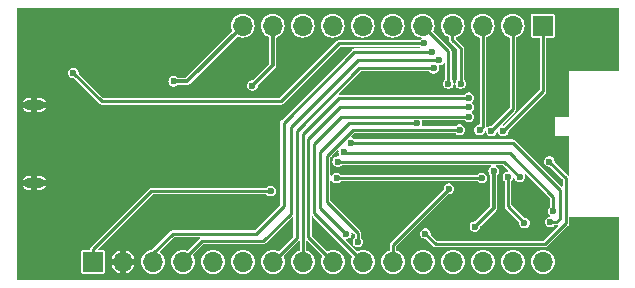
<source format=gbr>
%TF.GenerationSoftware,KiCad,Pcbnew,7.0.1-0*%
%TF.CreationDate,2024-01-09T13:00:13-05:00*%
%TF.ProjectId,nRF52_sandbox,6e524635-325f-4736-916e-64626f782e6b,rev?*%
%TF.SameCoordinates,Original*%
%TF.FileFunction,Copper,L2,Bot*%
%TF.FilePolarity,Positive*%
%FSLAX46Y46*%
G04 Gerber Fmt 4.6, Leading zero omitted, Abs format (unit mm)*
G04 Created by KiCad (PCBNEW 7.0.1-0) date 2024-01-09 13:00:13*
%MOMM*%
%LPD*%
G01*
G04 APERTURE LIST*
%TA.AperFunction,ComponentPad*%
%ADD10R,1.700000X1.700000*%
%TD*%
%TA.AperFunction,ComponentPad*%
%ADD11O,1.700000X1.700000*%
%TD*%
%TA.AperFunction,ComponentPad*%
%ADD12O,1.800000X0.900000*%
%TD*%
%TA.AperFunction,ViaPad*%
%ADD13C,0.600000*%
%TD*%
%TA.AperFunction,Conductor*%
%ADD14C,0.300000*%
%TD*%
%TA.AperFunction,Conductor*%
%ADD15C,0.250000*%
%TD*%
G04 APERTURE END LIST*
D10*
%TO.P,J4,1,Pin_1*%
%TO.N,/D22|SDA*%
X134550000Y-78500000D03*
D11*
%TO.P,J4,2,Pin_2*%
%TO.N,/D23|SCL*%
X132010000Y-78500000D03*
%TO.P,J4,3,Pin_3*%
%TO.N,/D5*%
X129470000Y-78500000D03*
%TO.P,J4,4,Pin_4*%
%TO.N,/D6*%
X126930000Y-78500000D03*
%TO.P,J4,5,Pin_5*%
%TO.N,/D9*%
X124390000Y-78500000D03*
%TO.P,J4,6,Pin_6*%
%TO.N,/D10*%
X121850000Y-78500000D03*
%TO.P,J4,7,Pin_7*%
%TO.N,/D11*%
X119310000Y-78500000D03*
%TO.P,J4,8,Pin_8*%
%TO.N,/D12*%
X116770000Y-78500000D03*
%TO.P,J4,9,Pin_9*%
%TO.N,/D13*%
X114230000Y-78500000D03*
%TO.P,J4,10,Pin_10*%
%TO.N,+3.3V*%
X111690000Y-78500000D03*
%TO.P,J4,11,Pin_11*%
%TO.N,VBUS*%
X109150000Y-78500000D03*
%TD*%
D12*
%TO.P,J1,5,GND*%
%TO.N,GND*%
X91500000Y-85200000D03*
X91500000Y-91800000D03*
%TD*%
D10*
%TO.P,J3,1,Pin_1*%
%TO.N,/RESET*%
X96470000Y-98500000D03*
D11*
%TO.P,J3,2,Pin_2*%
%TO.N,GND*%
X99010000Y-98500000D03*
%TO.P,J3,3,Pin_3*%
%TO.N,/A6|VDIV*%
X101550000Y-98500000D03*
%TO.P,J3,4,Pin_4*%
%TO.N,/A7|AREF*%
X104090000Y-98500000D03*
%TO.P,J3,5,Pin_5*%
%TO.N,/A0*%
X106630000Y-98500000D03*
%TO.P,J3,6,Pin_6*%
%TO.N,/A1*%
X109170000Y-98500000D03*
%TO.P,J3,7,Pin_7*%
%TO.N,/A2*%
X111710000Y-98500000D03*
%TO.P,J3,8,Pin_8*%
%TO.N,/A3*%
X114250000Y-98500000D03*
%TO.P,J3,9,Pin_9*%
%TO.N,/A4*%
X116790000Y-98500000D03*
%TO.P,J3,10,Pin_10*%
%TO.N,/A5*%
X119330000Y-98500000D03*
%TO.P,J3,11,Pin_11*%
%TO.N,/D26|SCK*%
X121870000Y-98500000D03*
%TO.P,J3,12,Pin_12*%
%TO.N,/D25|MOSI*%
X124410000Y-98500000D03*
%TO.P,J3,13,Pin_13*%
%TO.N,/D24|MISO*%
X126950000Y-98500000D03*
%TO.P,J3,14,Pin_14*%
%TO.N,/RXD*%
X129490000Y-98500000D03*
%TO.P,J3,15,Pin_15*%
%TO.N,/TXD*%
X132030000Y-98500000D03*
%TO.P,J3,16,Pin_16*%
%TO.N,/D2*%
X134570000Y-98500000D03*
%TD*%
D13*
%TO.N,+3.3V*%
X109965000Y-83565000D03*
X130400000Y-90800000D03*
X128800000Y-95500000D03*
%TO.N,GND*%
X132800000Y-94000000D03*
X124700000Y-82900000D03*
%TO.N,VBUS*%
X103300000Y-83200000D03*
%TO.N,/D3|LED1*%
X124500000Y-80000000D03*
X94800000Y-82500000D03*
%TO.N,/RESET*%
X117100000Y-91400000D03*
X129400000Y-91400000D03*
X111500000Y-92500000D03*
%TO.N,/A7|AREF*%
X125800000Y-81400000D03*
%TO.N,/A6|VDIV*%
X125200000Y-80700000D03*
%TO.N,/A0*%
X117900000Y-96100000D03*
X123900000Y-86724500D03*
%TO.N,/A1*%
X118900000Y-96800000D03*
X127500000Y-87300000D03*
%TO.N,/A2*%
X125300000Y-82100000D03*
%TO.N,/A3*%
X128300000Y-84600000D03*
%TO.N,/A4*%
X128300000Y-85400000D03*
%TO.N,/A5*%
X128300000Y-86200000D03*
%TO.N,/D26|SCK*%
X126600000Y-92300000D03*
%TO.N,/D22|SDA*%
X131200000Y-87400000D03*
%TO.N,/D23|SCL*%
X130200000Y-87400000D03*
%TO.N,/D5*%
X129200000Y-87300000D03*
%TO.N,/D6*%
X127600000Y-83400000D03*
%TO.N,/D9*%
X126550000Y-83400000D03*
%TO.N,/D7|SWITCH*%
X135100000Y-90000000D03*
X124600000Y-96100000D03*
%TO.N,/QSPI_DATA2*%
X133000000Y-95200000D03*
X131600000Y-91300000D03*
%TO.N,/SWO*%
X132600000Y-91300000D03*
X117200000Y-90000000D03*
%TO.N,/SWDIO*%
X118300000Y-88400000D03*
X135200000Y-95100000D03*
%TO.N,/SWCLK*%
X135450000Y-94200000D03*
X117700000Y-89200000D03*
%TD*%
D14*
%TO.N,+3.3V*%
X111690000Y-78500000D02*
X111690000Y-81840000D01*
X111690000Y-81840000D02*
X109965000Y-83565000D01*
X128800000Y-95500000D02*
X130400000Y-93900000D01*
X130400000Y-93900000D02*
X130400000Y-90800000D01*
%TO.N,VBUS*%
X109150000Y-78500000D02*
X104450000Y-83200000D01*
X104450000Y-83200000D02*
X103300000Y-83200000D01*
D15*
%TO.N,/D3|LED1*%
X124500000Y-80000000D02*
X117300000Y-80000000D01*
X112400000Y-84900000D02*
X97200000Y-84900000D01*
X117300000Y-80000000D02*
X112400000Y-84900000D01*
X97200000Y-84900000D02*
X94800000Y-82500000D01*
%TO.N,/RESET*%
X96470000Y-97430000D02*
X96470000Y-98500000D01*
X111500000Y-92500000D02*
X101400000Y-92500000D01*
X117100000Y-91400000D02*
X129400000Y-91400000D01*
X101400000Y-92500000D02*
X96470000Y-97430000D01*
%TO.N,/A7|AREF*%
X113200000Y-87100000D02*
X113200000Y-94400000D01*
X105700000Y-96700000D02*
X104090000Y-98310000D01*
X104090000Y-98310000D02*
X104090000Y-98500000D01*
X118900000Y-81400000D02*
X113200000Y-87100000D01*
X110900000Y-96700000D02*
X105700000Y-96700000D01*
X125800000Y-81400000D02*
X118900000Y-81400000D01*
X113200000Y-94400000D02*
X110900000Y-96700000D01*
%TO.N,/A6|VDIV*%
X118600000Y-80700000D02*
X112600000Y-86700000D01*
X112600000Y-93800000D02*
X110300000Y-96100000D01*
X103200000Y-96100000D02*
X101550000Y-97750000D01*
X101550000Y-97750000D02*
X101550000Y-98500000D01*
X125200000Y-80700000D02*
X118600000Y-80700000D01*
X110300000Y-96100000D02*
X103200000Y-96100000D01*
X112600000Y-86700000D02*
X112600000Y-93800000D01*
%TO.N,/A0*%
X118175500Y-86724500D02*
X123900000Y-86724500D01*
X117900000Y-96100000D02*
X115700000Y-93900000D01*
X115700000Y-93900000D02*
X115700000Y-89200000D01*
X115700000Y-89200000D02*
X118175500Y-86724500D01*
%TO.N,/A1*%
X118900000Y-96800000D02*
X118900000Y-96057537D01*
X118500000Y-87300000D02*
X127500000Y-87300000D01*
X116300000Y-89500000D02*
X118500000Y-87300000D01*
X118900000Y-96057537D02*
X116300000Y-93457537D01*
X116300000Y-93457537D02*
X116300000Y-89500000D01*
%TO.N,/A2*%
X119000000Y-82100000D02*
X113700000Y-87400000D01*
X113700000Y-87400000D02*
X113700000Y-96510000D01*
X125300000Y-82100000D02*
X119000000Y-82100000D01*
X113700000Y-96510000D02*
X111710000Y-98500000D01*
%TO.N,/A3*%
X117305026Y-84600000D02*
X114250000Y-87655026D01*
X128300000Y-84600000D02*
X117305026Y-84600000D01*
X114250000Y-87655026D02*
X114250000Y-98500000D01*
%TO.N,/A4*%
X117400000Y-85400000D02*
X114700000Y-88100000D01*
X114700000Y-88100000D02*
X114700000Y-96410000D01*
X128300000Y-85400000D02*
X117400000Y-85400000D01*
X114700000Y-96410000D02*
X116790000Y-98500000D01*
%TO.N,/A5*%
X117500000Y-86200000D02*
X115200000Y-88500000D01*
X115200000Y-88500000D02*
X115200000Y-94370000D01*
X128300000Y-86200000D02*
X117500000Y-86200000D01*
X115200000Y-94370000D02*
X119330000Y-98500000D01*
%TO.N,/D26|SCK*%
X121870000Y-97030000D02*
X121870000Y-98500000D01*
X126600000Y-92300000D02*
X121870000Y-97030000D01*
%TO.N,/D22|SDA*%
X131200000Y-87400000D02*
X134550000Y-84050000D01*
X134550000Y-84050000D02*
X134550000Y-78500000D01*
%TO.N,/D23|SCL*%
X130200000Y-87400000D02*
X132010000Y-85590000D01*
X132010000Y-85590000D02*
X132010000Y-78500000D01*
%TO.N,/D5*%
X129200000Y-87300000D02*
X129470000Y-87030000D01*
X129470000Y-87030000D02*
X129470000Y-78500000D01*
%TO.N,/D6*%
X126900000Y-78530000D02*
X126930000Y-78500000D01*
X126900000Y-79700000D02*
X126900000Y-78530000D01*
X127600000Y-80400000D02*
X126900000Y-79700000D01*
X127600000Y-83400000D02*
X127600000Y-80400000D01*
%TO.N,/D9*%
X126550000Y-83400000D02*
X126550000Y-80660000D01*
X126550000Y-80660000D02*
X124390000Y-78500000D01*
%TO.N,/D7|SWITCH*%
X134725000Y-97000000D02*
X125500000Y-97000000D01*
X135100000Y-90000000D02*
X136500000Y-91400000D01*
X136500000Y-95225000D02*
X134725000Y-97000000D01*
X125500000Y-97000000D02*
X124600000Y-96100000D01*
X136500000Y-91400000D02*
X136500000Y-95225000D01*
%TO.N,/QSPI_DATA2*%
X131600000Y-93800000D02*
X131600000Y-91300000D01*
X133000000Y-95200000D02*
X131600000Y-93800000D01*
%TO.N,/SWO*%
X117200000Y-90000000D02*
X131300000Y-90000000D01*
X131300000Y-90000000D02*
X132600000Y-91300000D01*
%TO.N,/SWDIO*%
X135975000Y-94825000D02*
X135700000Y-95100000D01*
X132000000Y-88400000D02*
X135975000Y-92375000D01*
X135975000Y-92375000D02*
X135975000Y-94825000D01*
X135700000Y-95100000D02*
X135200000Y-95100000D01*
X118300000Y-88400000D02*
X132000000Y-88400000D01*
%TO.N,/SWCLK*%
X131742463Y-89300000D02*
X135450000Y-93007537D01*
X117700000Y-89200000D02*
X117800000Y-89300000D01*
X135450000Y-93007537D02*
X135450000Y-94200000D01*
X117800000Y-89300000D02*
X131742463Y-89300000D01*
%TD*%
%TA.AperFunction,Conductor*%
%TO.N,GND*%
G36*
X140962500Y-77010414D02*
G01*
X140989586Y-77037500D01*
X140999500Y-77074500D01*
X140999500Y-82226000D01*
X140989586Y-82263000D01*
X140962500Y-82290086D01*
X140925500Y-82300000D01*
X136800000Y-82300000D01*
X136800000Y-86126000D01*
X136790086Y-86163000D01*
X136763000Y-86190086D01*
X136726000Y-86200000D01*
X135550000Y-86200000D01*
X135550000Y-87800000D01*
X136726000Y-87800000D01*
X136763000Y-87809914D01*
X136790086Y-87837000D01*
X136800000Y-87874000D01*
X136800000Y-91130669D01*
X136789472Y-91168713D01*
X136760882Y-91195932D01*
X136722367Y-91204580D01*
X136684886Y-91192196D01*
X136681682Y-91190055D01*
X136670470Y-91180854D01*
X135573089Y-90083473D01*
X135555202Y-90054515D01*
X135552168Y-90020618D01*
X135555133Y-90000000D01*
X135536697Y-89871774D01*
X135482882Y-89753937D01*
X135398049Y-89656033D01*
X135289069Y-89585996D01*
X135164772Y-89549500D01*
X135035228Y-89549500D01*
X134916312Y-89584416D01*
X134910931Y-89585996D01*
X134801951Y-89656033D01*
X134717117Y-89753937D01*
X134663302Y-89871774D01*
X134644867Y-90000000D01*
X134663302Y-90128225D01*
X134717117Y-90246062D01*
X134717118Y-90246063D01*
X134801951Y-90343967D01*
X134910931Y-90414004D01*
X135035228Y-90450500D01*
X135130232Y-90450500D01*
X135158551Y-90456133D01*
X135182558Y-90472174D01*
X136202826Y-91492442D01*
X136218867Y-91516449D01*
X136224500Y-91544768D01*
X136224500Y-92056232D01*
X136212029Y-92097344D01*
X136178819Y-92124599D01*
X136136063Y-92128810D01*
X136098174Y-92108558D01*
X132219145Y-88229529D01*
X132209942Y-88218315D01*
X132198624Y-88201376D01*
X132181679Y-88190053D01*
X132181674Y-88190049D01*
X132127628Y-88153938D01*
X132127627Y-88153937D01*
X132107495Y-88140485D01*
X132019985Y-88123078D01*
X132019983Y-88123078D01*
X132000000Y-88119103D01*
X131999999Y-88119103D01*
X131991190Y-88120855D01*
X131980015Y-88123078D01*
X131965580Y-88124500D01*
X118691170Y-88124500D01*
X118660429Y-88117813D01*
X118635246Y-88098961D01*
X118598049Y-88056033D01*
X118489069Y-87985996D01*
X118489067Y-87985995D01*
X118489065Y-87985994D01*
X118388079Y-87956342D01*
X118347644Y-87926818D01*
X118335262Y-87878306D01*
X118356600Y-87833015D01*
X118592442Y-87597173D01*
X118616449Y-87581133D01*
X118644768Y-87575500D01*
X127108830Y-87575500D01*
X127139571Y-87582187D01*
X127164753Y-87601038D01*
X127201951Y-87643967D01*
X127310931Y-87714004D01*
X127435228Y-87750500D01*
X127564770Y-87750500D01*
X127564772Y-87750500D01*
X127689069Y-87714004D01*
X127798049Y-87643967D01*
X127882882Y-87546063D01*
X127936697Y-87428226D01*
X127955133Y-87300000D01*
X127936697Y-87171774D01*
X127882882Y-87053937D01*
X127798049Y-86956033D01*
X127689069Y-86885996D01*
X127564772Y-86849500D01*
X127435228Y-86849500D01*
X127310931Y-86885996D01*
X127201951Y-86956033D01*
X127164753Y-86998961D01*
X127139571Y-87017813D01*
X127108830Y-87024500D01*
X124373397Y-87024500D01*
X124327653Y-87008668D01*
X124301483Y-86967946D01*
X124306084Y-86919759D01*
X124323852Y-86880853D01*
X124336697Y-86852726D01*
X124355133Y-86724500D01*
X124336697Y-86596274D01*
X124329375Y-86580241D01*
X124324774Y-86532054D01*
X124350944Y-86491332D01*
X124396688Y-86475500D01*
X127908830Y-86475500D01*
X127939571Y-86482187D01*
X127964753Y-86501038D01*
X128001951Y-86543967D01*
X128110931Y-86614004D01*
X128235228Y-86650500D01*
X128364770Y-86650500D01*
X128364772Y-86650500D01*
X128489069Y-86614004D01*
X128598049Y-86543967D01*
X128682882Y-86446063D01*
X128736697Y-86328226D01*
X128755133Y-86200000D01*
X128736697Y-86071774D01*
X128682882Y-85953937D01*
X128682881Y-85953936D01*
X128682881Y-85953935D01*
X128591486Y-85848458D01*
X128575498Y-85817445D01*
X128575498Y-85782553D01*
X128591487Y-85751539D01*
X128598047Y-85743968D01*
X128598049Y-85743967D01*
X128682882Y-85646063D01*
X128736697Y-85528226D01*
X128755133Y-85400000D01*
X128736697Y-85271774D01*
X128682882Y-85153937D01*
X128682881Y-85153936D01*
X128682881Y-85153935D01*
X128591486Y-85048458D01*
X128575498Y-85017445D01*
X128575498Y-84982553D01*
X128591487Y-84951539D01*
X128598047Y-84943968D01*
X128598049Y-84943967D01*
X128682882Y-84846063D01*
X128736697Y-84728226D01*
X128755133Y-84600000D01*
X128736697Y-84471774D01*
X128682882Y-84353937D01*
X128598049Y-84256033D01*
X128489069Y-84185996D01*
X128364772Y-84149500D01*
X128235228Y-84149500D01*
X128110931Y-84185996D01*
X128001951Y-84256033D01*
X127964753Y-84298961D01*
X127939571Y-84317813D01*
X127908830Y-84324500D01*
X117343768Y-84324500D01*
X117302656Y-84312029D01*
X117275401Y-84278819D01*
X117271190Y-84236063D01*
X117291442Y-84198174D01*
X119092442Y-82397174D01*
X119116449Y-82381133D01*
X119144768Y-82375500D01*
X124908830Y-82375500D01*
X124939571Y-82382187D01*
X124964753Y-82401038D01*
X125001951Y-82443967D01*
X125110931Y-82514004D01*
X125235228Y-82550500D01*
X125364770Y-82550500D01*
X125364772Y-82550500D01*
X125489069Y-82514004D01*
X125598049Y-82443967D01*
X125682882Y-82346063D01*
X125736697Y-82228226D01*
X125755133Y-82100000D01*
X125736697Y-81971774D01*
X125736697Y-81971772D01*
X125729147Y-81955240D01*
X125724546Y-81907054D01*
X125750716Y-81866332D01*
X125796460Y-81850500D01*
X125864770Y-81850500D01*
X125864772Y-81850500D01*
X125989069Y-81814004D01*
X126098049Y-81743967D01*
X126144574Y-81690272D01*
X126182199Y-81667031D01*
X126226360Y-81669398D01*
X126261285Y-81696528D01*
X126274500Y-81738732D01*
X126274500Y-83002409D01*
X126269834Y-83028269D01*
X126256426Y-83050868D01*
X126167118Y-83153935D01*
X126113302Y-83271774D01*
X126094867Y-83400000D01*
X126113302Y-83528225D01*
X126167117Y-83646062D01*
X126167118Y-83646063D01*
X126251951Y-83743967D01*
X126360931Y-83814004D01*
X126485228Y-83850500D01*
X126614770Y-83850500D01*
X126614772Y-83850500D01*
X126739069Y-83814004D01*
X126848049Y-83743967D01*
X126932882Y-83646063D01*
X126986697Y-83528226D01*
X127001753Y-83423507D01*
X127012488Y-83399999D01*
X127001753Y-83376491D01*
X126986697Y-83271774D01*
X126963524Y-83221033D01*
X126932882Y-83153937D01*
X126932881Y-83153936D01*
X126932881Y-83153935D01*
X126843574Y-83050868D01*
X126830166Y-83028269D01*
X126825500Y-83002409D01*
X126825500Y-80694420D01*
X126826922Y-80679982D01*
X126830897Y-80659999D01*
X126827349Y-80642164D01*
X126809515Y-80552505D01*
X126766690Y-80488413D01*
X126759947Y-80478321D01*
X126759942Y-80478315D01*
X126751130Y-80465127D01*
X126748624Y-80461376D01*
X126731677Y-80450052D01*
X126720470Y-80440854D01*
X125303814Y-79024198D01*
X125282941Y-78982729D01*
X125290878Y-78936989D01*
X125318814Y-78884727D01*
X125376024Y-78696132D01*
X125395341Y-78500000D01*
X125924659Y-78500000D01*
X125943976Y-78696132D01*
X126001186Y-78884728D01*
X126041255Y-78959690D01*
X126094090Y-79058538D01*
X126219117Y-79210883D01*
X126371462Y-79335910D01*
X126507682Y-79408721D01*
X126545275Y-79428815D01*
X126571982Y-79436917D01*
X126609938Y-79463649D01*
X126624500Y-79507730D01*
X126624500Y-79665580D01*
X126623078Y-79680015D01*
X126619103Y-79700000D01*
X126622646Y-79717813D01*
X126623078Y-79719982D01*
X126623078Y-79719985D01*
X126640484Y-79807494D01*
X126668528Y-79849465D01*
X126685387Y-79874696D01*
X126685386Y-79874696D01*
X126701374Y-79898623D01*
X126718315Y-79909942D01*
X126729529Y-79919145D01*
X127302826Y-80492441D01*
X127318867Y-80516448D01*
X127324500Y-80544767D01*
X127324500Y-83002409D01*
X127319834Y-83028269D01*
X127306426Y-83050868D01*
X127217118Y-83153935D01*
X127163302Y-83271774D01*
X127148247Y-83376491D01*
X127137511Y-83399999D01*
X127148247Y-83423508D01*
X127163302Y-83528225D01*
X127217117Y-83646062D01*
X127217118Y-83646063D01*
X127301951Y-83743967D01*
X127410931Y-83814004D01*
X127535228Y-83850500D01*
X127664770Y-83850500D01*
X127664772Y-83850500D01*
X127789069Y-83814004D01*
X127898049Y-83743967D01*
X127982882Y-83646063D01*
X128036697Y-83528226D01*
X128055133Y-83400000D01*
X128036697Y-83271774D01*
X127982882Y-83153937D01*
X127982881Y-83153936D01*
X127982881Y-83153935D01*
X127893574Y-83050868D01*
X127880166Y-83028269D01*
X127875500Y-83002409D01*
X127875500Y-80434416D01*
X127876922Y-80419979D01*
X127878094Y-80414085D01*
X127880896Y-80400000D01*
X127876922Y-80380020D01*
X127876922Y-80380016D01*
X127875500Y-80372867D01*
X127859515Y-80292505D01*
X127798624Y-80201376D01*
X127781674Y-80190050D01*
X127770467Y-80180852D01*
X127197174Y-79607558D01*
X127181133Y-79583551D01*
X127175500Y-79555232D01*
X127175500Y-79525930D01*
X127190063Y-79481848D01*
X127228017Y-79455116D01*
X127314727Y-79428814D01*
X127488538Y-79335910D01*
X127640883Y-79210883D01*
X127765910Y-79058538D01*
X127858814Y-78884727D01*
X127916024Y-78696132D01*
X127935341Y-78500000D01*
X127935341Y-78499999D01*
X128464659Y-78499999D01*
X128483976Y-78696132D01*
X128541186Y-78884728D01*
X128581255Y-78959690D01*
X128634090Y-79058538D01*
X128759117Y-79210883D01*
X128911462Y-79335910D01*
X129085273Y-79428814D01*
X129141981Y-79446016D01*
X129179937Y-79472748D01*
X129194500Y-79516830D01*
X129194500Y-86776701D01*
X129179740Y-86821048D01*
X129141348Y-86847704D01*
X129135231Y-86849500D01*
X129135228Y-86849500D01*
X129028447Y-86880853D01*
X129010931Y-86885996D01*
X128901951Y-86956033D01*
X128817117Y-87053937D01*
X128763302Y-87171774D01*
X128744867Y-87299999D01*
X128763302Y-87428225D01*
X128817117Y-87546062D01*
X128817118Y-87546063D01*
X128901951Y-87643967D01*
X129010931Y-87714004D01*
X129135228Y-87750500D01*
X129264770Y-87750500D01*
X129264772Y-87750500D01*
X129389069Y-87714004D01*
X129498049Y-87643967D01*
X129582882Y-87546063D01*
X129617359Y-87470568D01*
X129649206Y-87436362D01*
X129695202Y-87428063D01*
X129736996Y-87448983D01*
X129757918Y-87490778D01*
X129763302Y-87528225D01*
X129817117Y-87646062D01*
X129817118Y-87646063D01*
X129901951Y-87743967D01*
X130010931Y-87814004D01*
X130135228Y-87850500D01*
X130264770Y-87850500D01*
X130264772Y-87850500D01*
X130389069Y-87814004D01*
X130498049Y-87743967D01*
X130582882Y-87646063D01*
X130632687Y-87537005D01*
X130659993Y-87505494D01*
X130700000Y-87493747D01*
X130740007Y-87505494D01*
X130767312Y-87537005D01*
X130772120Y-87547532D01*
X130817117Y-87646062D01*
X130817118Y-87646063D01*
X130901951Y-87743967D01*
X131010931Y-87814004D01*
X131135228Y-87850500D01*
X131264770Y-87850500D01*
X131264772Y-87850500D01*
X131389069Y-87814004D01*
X131498049Y-87743967D01*
X131582882Y-87646063D01*
X131636697Y-87528226D01*
X131655133Y-87400000D01*
X131652168Y-87379380D01*
X131655202Y-87345482D01*
X131673087Y-87316527D01*
X134720473Y-84269141D01*
X134731681Y-84259944D01*
X134748624Y-84248624D01*
X134784784Y-84194508D01*
X134809515Y-84157495D01*
X134811105Y-84149500D01*
X134825500Y-84077133D01*
X134825500Y-84077129D01*
X134830896Y-84050000D01*
X134826921Y-84030019D01*
X134825500Y-84015584D01*
X134825500Y-79574500D01*
X134835414Y-79537500D01*
X134862500Y-79510414D01*
X134899500Y-79500500D01*
X135414819Y-79500500D01*
X135414820Y-79500500D01*
X135458722Y-79491767D01*
X135508504Y-79458504D01*
X135541767Y-79408722D01*
X135550500Y-79364820D01*
X135550500Y-77635180D01*
X135541767Y-77591278D01*
X135508504Y-77541496D01*
X135458722Y-77508233D01*
X135414820Y-77499500D01*
X133685180Y-77499500D01*
X133641278Y-77508233D01*
X133591496Y-77541496D01*
X133558233Y-77591278D01*
X133549500Y-77635180D01*
X133549500Y-79364820D01*
X133558233Y-79408722D01*
X133591496Y-79458504D01*
X133641278Y-79491767D01*
X133685180Y-79500500D01*
X134200500Y-79500500D01*
X134237500Y-79510414D01*
X134264586Y-79537500D01*
X134274500Y-79574500D01*
X134274500Y-83905232D01*
X134268867Y-83933551D01*
X134252826Y-83957558D01*
X131282558Y-86927826D01*
X131258551Y-86943867D01*
X131230232Y-86949500D01*
X131218767Y-86949500D01*
X131177655Y-86937029D01*
X131150400Y-86903819D01*
X131146189Y-86861063D01*
X131166441Y-86823174D01*
X131661390Y-86328225D01*
X132180473Y-85809141D01*
X132191681Y-85799944D01*
X132208624Y-85788624D01*
X132238464Y-85743967D01*
X132269516Y-85697494D01*
X132290897Y-85590000D01*
X132286921Y-85570014D01*
X132285500Y-85555579D01*
X132285500Y-79516830D01*
X132300063Y-79472748D01*
X132338018Y-79446016D01*
X132394727Y-79428814D01*
X132568538Y-79335910D01*
X132720883Y-79210883D01*
X132845910Y-79058538D01*
X132938814Y-78884727D01*
X132996024Y-78696132D01*
X133015341Y-78500000D01*
X132996024Y-78303868D01*
X132938814Y-78115273D01*
X132845910Y-77941462D01*
X132720883Y-77789117D01*
X132568538Y-77664090D01*
X132481632Y-77617637D01*
X132394728Y-77571186D01*
X132206132Y-77513976D01*
X132010000Y-77494659D01*
X131813867Y-77513976D01*
X131625271Y-77571186D01*
X131451462Y-77664090D01*
X131299117Y-77789117D01*
X131174090Y-77941462D01*
X131081186Y-78115271D01*
X131023976Y-78303867D01*
X131004659Y-78499999D01*
X131023976Y-78696132D01*
X131081186Y-78884728D01*
X131121255Y-78959690D01*
X131174090Y-79058538D01*
X131299117Y-79210883D01*
X131451462Y-79335910D01*
X131625273Y-79428814D01*
X131681981Y-79446016D01*
X131719937Y-79472748D01*
X131734500Y-79516830D01*
X131734500Y-85445232D01*
X131728867Y-85473551D01*
X131712826Y-85497558D01*
X130282558Y-86927826D01*
X130258551Y-86943867D01*
X130230232Y-86949500D01*
X130135228Y-86949500D01*
X130010931Y-86985996D01*
X129901951Y-87056033D01*
X129901949Y-87056034D01*
X129901949Y-87056035D01*
X129882198Y-87078829D01*
X129841005Y-87102888D01*
X129793689Y-87096809D01*
X129759915Y-87063119D01*
X129757373Y-87043720D01*
X129753769Y-87044438D01*
X129746922Y-87010018D01*
X129745500Y-86995580D01*
X129745500Y-79516830D01*
X129760063Y-79472748D01*
X129798018Y-79446016D01*
X129854727Y-79428814D01*
X130028538Y-79335910D01*
X130180883Y-79210883D01*
X130305910Y-79058538D01*
X130398814Y-78884727D01*
X130456024Y-78696132D01*
X130475341Y-78500000D01*
X130456024Y-78303868D01*
X130398814Y-78115273D01*
X130305910Y-77941462D01*
X130180883Y-77789117D01*
X130028538Y-77664090D01*
X129941632Y-77617637D01*
X129854728Y-77571186D01*
X129666132Y-77513976D01*
X129470000Y-77494659D01*
X129273867Y-77513976D01*
X129085271Y-77571186D01*
X128911462Y-77664090D01*
X128759117Y-77789117D01*
X128634090Y-77941462D01*
X128541186Y-78115271D01*
X128483976Y-78303867D01*
X128464659Y-78499999D01*
X127935341Y-78499999D01*
X127916024Y-78303868D01*
X127858814Y-78115273D01*
X127765910Y-77941462D01*
X127640883Y-77789117D01*
X127488538Y-77664090D01*
X127401632Y-77617637D01*
X127314728Y-77571186D01*
X127126132Y-77513976D01*
X126930000Y-77494659D01*
X126733867Y-77513976D01*
X126545271Y-77571186D01*
X126371462Y-77664090D01*
X126219117Y-77789117D01*
X126094090Y-77941462D01*
X126001186Y-78115271D01*
X125943976Y-78303867D01*
X125924659Y-78500000D01*
X125395341Y-78500000D01*
X125376024Y-78303868D01*
X125318814Y-78115273D01*
X125225910Y-77941462D01*
X125100883Y-77789117D01*
X124948538Y-77664090D01*
X124861632Y-77617637D01*
X124774728Y-77571186D01*
X124586132Y-77513976D01*
X124390000Y-77494659D01*
X124193867Y-77513976D01*
X124005271Y-77571186D01*
X123831462Y-77664090D01*
X123679117Y-77789117D01*
X123554090Y-77941462D01*
X123461186Y-78115271D01*
X123403976Y-78303867D01*
X123384659Y-78500000D01*
X123403976Y-78696132D01*
X123461186Y-78884728D01*
X123501255Y-78959690D01*
X123554090Y-79058538D01*
X123679117Y-79210883D01*
X123831462Y-79335910D01*
X124005273Y-79428814D01*
X124193868Y-79486024D01*
X124218504Y-79488450D01*
X124259832Y-79506275D01*
X124283189Y-79544753D01*
X124279928Y-79589646D01*
X124251257Y-79624345D01*
X124201953Y-79656031D01*
X124201951Y-79656032D01*
X124201951Y-79656033D01*
X124164753Y-79698961D01*
X124139571Y-79717813D01*
X124108830Y-79724500D01*
X117334416Y-79724500D01*
X117319980Y-79723078D01*
X117317433Y-79722571D01*
X117300000Y-79719103D01*
X117282566Y-79722571D01*
X117280019Y-79723078D01*
X117280009Y-79723079D01*
X117173645Y-79744235D01*
X117155624Y-79765127D01*
X117128240Y-79783423D01*
X117128239Y-79783426D01*
X117101375Y-79801376D01*
X117090054Y-79818318D01*
X117080853Y-79829529D01*
X112307558Y-84602826D01*
X112283551Y-84618867D01*
X112255232Y-84624500D01*
X97344768Y-84624500D01*
X97316449Y-84618867D01*
X97292442Y-84602826D01*
X95889616Y-83200000D01*
X102844867Y-83200000D01*
X102863302Y-83328225D01*
X102917117Y-83446062D01*
X102917118Y-83446063D01*
X103001951Y-83543967D01*
X103110931Y-83614004D01*
X103235228Y-83650500D01*
X103364770Y-83650500D01*
X103364772Y-83650500D01*
X103489069Y-83614004D01*
X103565322Y-83564999D01*
X109509867Y-83564999D01*
X109528302Y-83693225D01*
X109582117Y-83811062D01*
X109582118Y-83811063D01*
X109666951Y-83908967D01*
X109775931Y-83979004D01*
X109900228Y-84015500D01*
X110029770Y-84015500D01*
X110029772Y-84015500D01*
X110154069Y-83979004D01*
X110263049Y-83908967D01*
X110347882Y-83811063D01*
X110401697Y-83693226D01*
X110420133Y-83565000D01*
X110420132Y-83564999D01*
X110421647Y-83554468D01*
X110423457Y-83554728D01*
X110424601Y-83541527D01*
X110442531Y-83512438D01*
X111859289Y-82095680D01*
X111871641Y-82086795D01*
X111874226Y-82083958D01*
X111874228Y-82083958D01*
X111906260Y-82048819D01*
X111908578Y-82046391D01*
X111922174Y-82032797D01*
X111923218Y-82031272D01*
X111929585Y-82023234D01*
X111949915Y-82000934D01*
X111949914Y-82000934D01*
X111949916Y-82000933D01*
X111954515Y-81989058D01*
X111962463Y-81973980D01*
X111969656Y-81963481D01*
X111976565Y-81934106D01*
X111979597Y-81924314D01*
X111990500Y-81896173D01*
X111990500Y-81883447D01*
X111992466Y-81866502D01*
X111992506Y-81866332D01*
X111995379Y-81854119D01*
X111991209Y-81824233D01*
X111990500Y-81814009D01*
X111990500Y-79509246D01*
X112005063Y-79465164D01*
X112043019Y-79438432D01*
X112074727Y-79428814D01*
X112248538Y-79335910D01*
X112400883Y-79210883D01*
X112525910Y-79058538D01*
X112618814Y-78884727D01*
X112676024Y-78696132D01*
X112695341Y-78500000D01*
X113224659Y-78500000D01*
X113243976Y-78696132D01*
X113301186Y-78884728D01*
X113341255Y-78959690D01*
X113394090Y-79058538D01*
X113519117Y-79210883D01*
X113671462Y-79335910D01*
X113845273Y-79428814D01*
X114033868Y-79486024D01*
X114230000Y-79505341D01*
X114426132Y-79486024D01*
X114614727Y-79428814D01*
X114788538Y-79335910D01*
X114940883Y-79210883D01*
X115065910Y-79058538D01*
X115158814Y-78884727D01*
X115216024Y-78696132D01*
X115235341Y-78500000D01*
X115764659Y-78500000D01*
X115783976Y-78696132D01*
X115841186Y-78884728D01*
X115881255Y-78959690D01*
X115934090Y-79058538D01*
X116059117Y-79210883D01*
X116211462Y-79335910D01*
X116385273Y-79428814D01*
X116573868Y-79486024D01*
X116770000Y-79505341D01*
X116966132Y-79486024D01*
X117154727Y-79428814D01*
X117328538Y-79335910D01*
X117480883Y-79210883D01*
X117605910Y-79058538D01*
X117698814Y-78884727D01*
X117756024Y-78696132D01*
X117775341Y-78500000D01*
X118304659Y-78500000D01*
X118323976Y-78696132D01*
X118381186Y-78884728D01*
X118421255Y-78959690D01*
X118474090Y-79058538D01*
X118599117Y-79210883D01*
X118751462Y-79335910D01*
X118925273Y-79428814D01*
X119113868Y-79486024D01*
X119310000Y-79505341D01*
X119506132Y-79486024D01*
X119694727Y-79428814D01*
X119868538Y-79335910D01*
X120020883Y-79210883D01*
X120145910Y-79058538D01*
X120238814Y-78884727D01*
X120296024Y-78696132D01*
X120315341Y-78500000D01*
X120844659Y-78500000D01*
X120863976Y-78696132D01*
X120921186Y-78884728D01*
X120961255Y-78959690D01*
X121014090Y-79058538D01*
X121139117Y-79210883D01*
X121291462Y-79335910D01*
X121465273Y-79428814D01*
X121653868Y-79486024D01*
X121850000Y-79505341D01*
X122046132Y-79486024D01*
X122234727Y-79428814D01*
X122408538Y-79335910D01*
X122560883Y-79210883D01*
X122685910Y-79058538D01*
X122778814Y-78884727D01*
X122836024Y-78696132D01*
X122855341Y-78500000D01*
X122836024Y-78303868D01*
X122778814Y-78115273D01*
X122685910Y-77941462D01*
X122560883Y-77789117D01*
X122408538Y-77664090D01*
X122321632Y-77617637D01*
X122234728Y-77571186D01*
X122046132Y-77513976D01*
X121850000Y-77494659D01*
X121653867Y-77513976D01*
X121465271Y-77571186D01*
X121291462Y-77664090D01*
X121139117Y-77789117D01*
X121014090Y-77941462D01*
X120921186Y-78115271D01*
X120863976Y-78303867D01*
X120844659Y-78500000D01*
X120315341Y-78500000D01*
X120296024Y-78303868D01*
X120238814Y-78115273D01*
X120145910Y-77941462D01*
X120020883Y-77789117D01*
X119868538Y-77664090D01*
X119781632Y-77617637D01*
X119694728Y-77571186D01*
X119506132Y-77513976D01*
X119310000Y-77494659D01*
X119113867Y-77513976D01*
X118925271Y-77571186D01*
X118751462Y-77664090D01*
X118599117Y-77789117D01*
X118474090Y-77941462D01*
X118381186Y-78115271D01*
X118323976Y-78303867D01*
X118304659Y-78500000D01*
X117775341Y-78500000D01*
X117756024Y-78303868D01*
X117698814Y-78115273D01*
X117605910Y-77941462D01*
X117480883Y-77789117D01*
X117328538Y-77664090D01*
X117241632Y-77617637D01*
X117154728Y-77571186D01*
X116966132Y-77513976D01*
X116770000Y-77494659D01*
X116573867Y-77513976D01*
X116385271Y-77571186D01*
X116211462Y-77664090D01*
X116059117Y-77789117D01*
X115934090Y-77941462D01*
X115841186Y-78115271D01*
X115783976Y-78303867D01*
X115764659Y-78500000D01*
X115235341Y-78500000D01*
X115216024Y-78303868D01*
X115158814Y-78115273D01*
X115065910Y-77941462D01*
X114940883Y-77789117D01*
X114788538Y-77664090D01*
X114701632Y-77617637D01*
X114614728Y-77571186D01*
X114426132Y-77513976D01*
X114230000Y-77494659D01*
X114033867Y-77513976D01*
X113845271Y-77571186D01*
X113671462Y-77664090D01*
X113519117Y-77789117D01*
X113394090Y-77941462D01*
X113301186Y-78115271D01*
X113243976Y-78303867D01*
X113224659Y-78500000D01*
X112695341Y-78500000D01*
X112676024Y-78303868D01*
X112618814Y-78115273D01*
X112525910Y-77941462D01*
X112400883Y-77789117D01*
X112248538Y-77664090D01*
X112161632Y-77617637D01*
X112074728Y-77571186D01*
X111886132Y-77513976D01*
X111690000Y-77494659D01*
X111493867Y-77513976D01*
X111305271Y-77571186D01*
X111131462Y-77664090D01*
X110979117Y-77789117D01*
X110854090Y-77941462D01*
X110761186Y-78115271D01*
X110703976Y-78303867D01*
X110684659Y-78500000D01*
X110703976Y-78696132D01*
X110761186Y-78884728D01*
X110801255Y-78959690D01*
X110854090Y-79058538D01*
X110979117Y-79210883D01*
X111131462Y-79335910D01*
X111244729Y-79396452D01*
X111305272Y-79428814D01*
X111323636Y-79434384D01*
X111336980Y-79438432D01*
X111374937Y-79465164D01*
X111389500Y-79509246D01*
X111389500Y-81684876D01*
X111383867Y-81713195D01*
X111367826Y-81737202D01*
X110012203Y-83092826D01*
X109988196Y-83108867D01*
X109959877Y-83114500D01*
X109900228Y-83114500D01*
X109775930Y-83150996D01*
X109775931Y-83150996D01*
X109666951Y-83221033D01*
X109582117Y-83318937D01*
X109528302Y-83436774D01*
X109509867Y-83564999D01*
X103565322Y-83564999D01*
X103598049Y-83543967D01*
X103613582Y-83526040D01*
X103638768Y-83507187D01*
X103669508Y-83500500D01*
X104388912Y-83500500D01*
X104403932Y-83502950D01*
X104407764Y-83502772D01*
X104407765Y-83502773D01*
X104455227Y-83500578D01*
X104458643Y-83500500D01*
X104477840Y-83500500D01*
X104477844Y-83500500D01*
X104479664Y-83500159D01*
X104489843Y-83498977D01*
X104519992Y-83497585D01*
X104531636Y-83492442D01*
X104547918Y-83487400D01*
X104560433Y-83485061D01*
X104586093Y-83469172D01*
X104595145Y-83464401D01*
X104622765Y-83452206D01*
X104631766Y-83443203D01*
X104645131Y-83432618D01*
X104655952Y-83425919D01*
X104674144Y-83401827D01*
X104680857Y-83394112D01*
X108648842Y-79426127D01*
X108690309Y-79405256D01*
X108736050Y-79413193D01*
X108745749Y-79418378D01*
X108765270Y-79428813D01*
X108765272Y-79428813D01*
X108765273Y-79428814D01*
X108953868Y-79486024D01*
X109150000Y-79505341D01*
X109346132Y-79486024D01*
X109534727Y-79428814D01*
X109708538Y-79335910D01*
X109860883Y-79210883D01*
X109985910Y-79058538D01*
X110078814Y-78884727D01*
X110136024Y-78696132D01*
X110155341Y-78500000D01*
X110136024Y-78303868D01*
X110078814Y-78115273D01*
X109985910Y-77941462D01*
X109860883Y-77789117D01*
X109708538Y-77664090D01*
X109621632Y-77617637D01*
X109534728Y-77571186D01*
X109346132Y-77513976D01*
X109150000Y-77494659D01*
X108953867Y-77513976D01*
X108765271Y-77571186D01*
X108591462Y-77664090D01*
X108439117Y-77789117D01*
X108314090Y-77941462D01*
X108221186Y-78115271D01*
X108163976Y-78303867D01*
X108144659Y-78500000D01*
X108163976Y-78696132D01*
X108221186Y-78884728D01*
X108236805Y-78913948D01*
X108244742Y-78959690D01*
X108223869Y-79001158D01*
X104347203Y-82877826D01*
X104323196Y-82893867D01*
X104294877Y-82899500D01*
X103669508Y-82899500D01*
X103638768Y-82892813D01*
X103613583Y-82873960D01*
X103608876Y-82868528D01*
X103598049Y-82856033D01*
X103489069Y-82785996D01*
X103364772Y-82749500D01*
X103235228Y-82749500D01*
X103110930Y-82785996D01*
X103110931Y-82785996D01*
X103001951Y-82856033D01*
X102917117Y-82953937D01*
X102863302Y-83071774D01*
X102844867Y-83200000D01*
X95889616Y-83200000D01*
X95273089Y-82583473D01*
X95255202Y-82554515D01*
X95252168Y-82520618D01*
X95255133Y-82500000D01*
X95236697Y-82371774D01*
X95182882Y-82253937D01*
X95098049Y-82156033D01*
X94989069Y-82085996D01*
X94864772Y-82049500D01*
X94735228Y-82049500D01*
X94617872Y-82083958D01*
X94610931Y-82085996D01*
X94501951Y-82156033D01*
X94417117Y-82253937D01*
X94363302Y-82371774D01*
X94344867Y-82500000D01*
X94363302Y-82628225D01*
X94417117Y-82746062D01*
X94417118Y-82746063D01*
X94501951Y-82843967D01*
X94610931Y-82914004D01*
X94735228Y-82950500D01*
X94830232Y-82950500D01*
X94858551Y-82956133D01*
X94882558Y-82972174D01*
X96980854Y-85070470D01*
X96990052Y-85081677D01*
X97001376Y-85098624D01*
X97024376Y-85113992D01*
X97024378Y-85113994D01*
X97092503Y-85159514D01*
X97092506Y-85159516D01*
X97199998Y-85180897D01*
X97199999Y-85180896D01*
X97200000Y-85180897D01*
X97219985Y-85176921D01*
X97234421Y-85175500D01*
X112365580Y-85175500D01*
X112380015Y-85176921D01*
X112400000Y-85180897D01*
X112427132Y-85175500D01*
X112427133Y-85175500D01*
X112507495Y-85159515D01*
X112559898Y-85124500D01*
X112562027Y-85123078D01*
X112566998Y-85119755D01*
X112575622Y-85113994D01*
X112575622Y-85113993D01*
X112583634Y-85108640D01*
X112583635Y-85108638D01*
X112598624Y-85098624D01*
X112609947Y-85081676D01*
X112619141Y-85070473D01*
X117392441Y-80297174D01*
X117416449Y-80281133D01*
X117444768Y-80275500D01*
X118570611Y-80275500D01*
X118600000Y-80284414D01*
X118629389Y-80275500D01*
X124108830Y-80275500D01*
X124139561Y-80282183D01*
X124164740Y-80301022D01*
X124165610Y-80302026D01*
X124182942Y-80339953D01*
X124177014Y-80381231D01*
X124149709Y-80412750D01*
X124109697Y-80424500D01*
X118634416Y-80424500D01*
X118619981Y-80423078D01*
X118614950Y-80422077D01*
X118600000Y-80414085D01*
X118585049Y-80422077D01*
X118580019Y-80423078D01*
X118580008Y-80423079D01*
X118473645Y-80444235D01*
X118455624Y-80465127D01*
X118428240Y-80483423D01*
X118428239Y-80483426D01*
X118401375Y-80501376D01*
X118390054Y-80518318D01*
X118380853Y-80529529D01*
X112429529Y-86480853D01*
X112418318Y-86490054D01*
X112401375Y-86501375D01*
X112386005Y-86524379D01*
X112372917Y-86543967D01*
X112372916Y-86543968D01*
X112344533Y-86586445D01*
X112335332Y-86597657D01*
X112334523Y-86598465D01*
X112336105Y-86614524D01*
X112319102Y-86699999D01*
X112323078Y-86719982D01*
X112324500Y-86734420D01*
X112324500Y-93655232D01*
X112318867Y-93683551D01*
X112302826Y-93707558D01*
X110207558Y-95802826D01*
X110183551Y-95818867D01*
X110155232Y-95824500D01*
X103234416Y-95824500D01*
X103219980Y-95823078D01*
X103217433Y-95822571D01*
X103200000Y-95819103D01*
X103182566Y-95822571D01*
X103180019Y-95823078D01*
X103180009Y-95823079D01*
X103089432Y-95841094D01*
X103083376Y-95846584D01*
X103028240Y-95883423D01*
X103028239Y-95883426D01*
X103001375Y-95901376D01*
X102990054Y-95918318D01*
X102980853Y-95929529D01*
X101419777Y-97490605D01*
X101374708Y-97511922D01*
X101353872Y-97513975D01*
X101353869Y-97513975D01*
X101353868Y-97513976D01*
X101310103Y-97527252D01*
X101165271Y-97571186D01*
X100991462Y-97664090D01*
X100839117Y-97789117D01*
X100714090Y-97941462D01*
X100621186Y-98115271D01*
X100563976Y-98303867D01*
X100544659Y-98499999D01*
X100563976Y-98696132D01*
X100621186Y-98884728D01*
X100667638Y-98971632D01*
X100714090Y-99058538D01*
X100839117Y-99210883D01*
X100991462Y-99335910D01*
X101165273Y-99428814D01*
X101353868Y-99486024D01*
X101550000Y-99505341D01*
X101746132Y-99486024D01*
X101934727Y-99428814D01*
X102108538Y-99335910D01*
X102260883Y-99210883D01*
X102385910Y-99058538D01*
X102478814Y-98884727D01*
X102536024Y-98696132D01*
X102555341Y-98500000D01*
X102536024Y-98303868D01*
X102478814Y-98115273D01*
X102385910Y-97941462D01*
X102260883Y-97789117D01*
X102126053Y-97678465D01*
X102102928Y-97645052D01*
X102100934Y-97604461D01*
X102120673Y-97568941D01*
X103292441Y-96397174D01*
X103316449Y-96381133D01*
X103344768Y-96375500D01*
X105447039Y-96375500D01*
X105485083Y-96386028D01*
X105512302Y-96414618D01*
X105520950Y-96453133D01*
X105508566Y-96490614D01*
X105490054Y-96518317D01*
X105480853Y-96529529D01*
X104478829Y-97531553D01*
X104444484Y-97551009D01*
X104405023Y-97550041D01*
X104286132Y-97513976D01*
X104090000Y-97494659D01*
X104089999Y-97494659D01*
X103893867Y-97513976D01*
X103705271Y-97571186D01*
X103531462Y-97664090D01*
X103379117Y-97789117D01*
X103254090Y-97941462D01*
X103161186Y-98115271D01*
X103103976Y-98303867D01*
X103084659Y-98499999D01*
X103103976Y-98696132D01*
X103161186Y-98884728D01*
X103207638Y-98971632D01*
X103254090Y-99058538D01*
X103379117Y-99210883D01*
X103531462Y-99335910D01*
X103705273Y-99428814D01*
X103893868Y-99486024D01*
X104090000Y-99505341D01*
X104286132Y-99486024D01*
X104474727Y-99428814D01*
X104648538Y-99335910D01*
X104800883Y-99210883D01*
X104925910Y-99058538D01*
X105018814Y-98884727D01*
X105076024Y-98696132D01*
X105095341Y-98500000D01*
X105095341Y-98499999D01*
X105624659Y-98499999D01*
X105643976Y-98696132D01*
X105701186Y-98884728D01*
X105747638Y-98971632D01*
X105794090Y-99058538D01*
X105919117Y-99210883D01*
X106071462Y-99335910D01*
X106245273Y-99428814D01*
X106433868Y-99486024D01*
X106630000Y-99505341D01*
X106826132Y-99486024D01*
X107014727Y-99428814D01*
X107188538Y-99335910D01*
X107340883Y-99210883D01*
X107465910Y-99058538D01*
X107558814Y-98884727D01*
X107616024Y-98696132D01*
X107635341Y-98500000D01*
X107635341Y-98499999D01*
X108164659Y-98499999D01*
X108183976Y-98696132D01*
X108241186Y-98884728D01*
X108287638Y-98971632D01*
X108334090Y-99058538D01*
X108459117Y-99210883D01*
X108611462Y-99335910D01*
X108785273Y-99428814D01*
X108973868Y-99486024D01*
X109170000Y-99505341D01*
X109366132Y-99486024D01*
X109554727Y-99428814D01*
X109728538Y-99335910D01*
X109880883Y-99210883D01*
X110005910Y-99058538D01*
X110098814Y-98884727D01*
X110156024Y-98696132D01*
X110175341Y-98500000D01*
X110156024Y-98303868D01*
X110098814Y-98115273D01*
X110005910Y-97941462D01*
X109880883Y-97789117D01*
X109728538Y-97664090D01*
X109606988Y-97599120D01*
X109554728Y-97571186D01*
X109366132Y-97513976D01*
X109170000Y-97494659D01*
X108973867Y-97513976D01*
X108785271Y-97571186D01*
X108611462Y-97664090D01*
X108459117Y-97789117D01*
X108334090Y-97941462D01*
X108241186Y-98115271D01*
X108183976Y-98303867D01*
X108164659Y-98499999D01*
X107635341Y-98499999D01*
X107616024Y-98303868D01*
X107558814Y-98115273D01*
X107465910Y-97941462D01*
X107340883Y-97789117D01*
X107188538Y-97664090D01*
X107066988Y-97599120D01*
X107014728Y-97571186D01*
X106826132Y-97513976D01*
X106630000Y-97494659D01*
X106433867Y-97513976D01*
X106245271Y-97571186D01*
X106071462Y-97664090D01*
X105919117Y-97789117D01*
X105794090Y-97941462D01*
X105701186Y-98115271D01*
X105643976Y-98303867D01*
X105624659Y-98499999D01*
X105095341Y-98499999D01*
X105076024Y-98303868D01*
X105018814Y-98115273D01*
X104925910Y-97941462D01*
X104925908Y-97941459D01*
X104924696Y-97939192D01*
X104916759Y-97893450D01*
X104937630Y-97851984D01*
X105792441Y-96997174D01*
X105816449Y-96981133D01*
X105844768Y-96975500D01*
X110865580Y-96975500D01*
X110880015Y-96976921D01*
X110900000Y-96980897D01*
X110927132Y-96975500D01*
X110927133Y-96975500D01*
X111007495Y-96959515D01*
X111058695Y-96925304D01*
X111075622Y-96913994D01*
X111075622Y-96913993D01*
X111083636Y-96908639D01*
X111083639Y-96908636D01*
X111098624Y-96898624D01*
X111109948Y-96881676D01*
X111119141Y-96870474D01*
X113298174Y-94691440D01*
X113336063Y-94671189D01*
X113378819Y-94675400D01*
X113412029Y-94702655D01*
X113424500Y-94743767D01*
X113424500Y-96365232D01*
X113418867Y-96393551D01*
X113402826Y-96417558D01*
X112234198Y-97586184D01*
X112192730Y-97607057D01*
X112146989Y-97599120D01*
X112094730Y-97571187D01*
X112087319Y-97568939D01*
X111906132Y-97513976D01*
X111710000Y-97494659D01*
X111513867Y-97513976D01*
X111325271Y-97571186D01*
X111151462Y-97664090D01*
X110999117Y-97789117D01*
X110874090Y-97941462D01*
X110781186Y-98115271D01*
X110723976Y-98303867D01*
X110704659Y-98499999D01*
X110723976Y-98696132D01*
X110781186Y-98884728D01*
X110827638Y-98971632D01*
X110874090Y-99058538D01*
X110999117Y-99210883D01*
X111151462Y-99335910D01*
X111325273Y-99428814D01*
X111513868Y-99486024D01*
X111710000Y-99505341D01*
X111906132Y-99486024D01*
X112094727Y-99428814D01*
X112268538Y-99335910D01*
X112420883Y-99210883D01*
X112545910Y-99058538D01*
X112638814Y-98884727D01*
X112696024Y-98696132D01*
X112715341Y-98500000D01*
X112696024Y-98303868D01*
X112638814Y-98115273D01*
X112610877Y-98063008D01*
X112602941Y-98017268D01*
X112623812Y-97975802D01*
X113848174Y-96751441D01*
X113886063Y-96731189D01*
X113928819Y-96735400D01*
X113962029Y-96762655D01*
X113974500Y-96803767D01*
X113974500Y-97483170D01*
X113959937Y-97527252D01*
X113921981Y-97553983D01*
X113900628Y-97560460D01*
X113865271Y-97571186D01*
X113691462Y-97664090D01*
X113539117Y-97789117D01*
X113414090Y-97941462D01*
X113321186Y-98115271D01*
X113263976Y-98303867D01*
X113244659Y-98499999D01*
X113263976Y-98696132D01*
X113321186Y-98884728D01*
X113367638Y-98971632D01*
X113414090Y-99058538D01*
X113539117Y-99210883D01*
X113691462Y-99335910D01*
X113865273Y-99428814D01*
X114053868Y-99486024D01*
X114250000Y-99505341D01*
X114446132Y-99486024D01*
X114634727Y-99428814D01*
X114808538Y-99335910D01*
X114960883Y-99210883D01*
X115085910Y-99058538D01*
X115178814Y-98884727D01*
X115236024Y-98696132D01*
X115255341Y-98500000D01*
X115236024Y-98303868D01*
X115178814Y-98115273D01*
X115085910Y-97941462D01*
X114960883Y-97789117D01*
X114808538Y-97664090D01*
X114686988Y-97599120D01*
X114634728Y-97571186D01*
X114607465Y-97562916D01*
X114578018Y-97553983D01*
X114540063Y-97527252D01*
X114525500Y-97483170D01*
X114525500Y-96803768D01*
X114537971Y-96762656D01*
X114571181Y-96735401D01*
X114613937Y-96731190D01*
X114651826Y-96751442D01*
X115876184Y-97975800D01*
X115897057Y-98017267D01*
X115889121Y-98063008D01*
X115861186Y-98115271D01*
X115803976Y-98303868D01*
X115784659Y-98499999D01*
X115803976Y-98696132D01*
X115861186Y-98884728D01*
X115907638Y-98971632D01*
X115954090Y-99058538D01*
X116079117Y-99210883D01*
X116231462Y-99335910D01*
X116405273Y-99428814D01*
X116593868Y-99486024D01*
X116790000Y-99505341D01*
X116986132Y-99486024D01*
X117174727Y-99428814D01*
X117348538Y-99335910D01*
X117500883Y-99210883D01*
X117625910Y-99058538D01*
X117718814Y-98884727D01*
X117776024Y-98696132D01*
X117795341Y-98500000D01*
X117776024Y-98303868D01*
X117718814Y-98115273D01*
X117625910Y-97941462D01*
X117500883Y-97789117D01*
X117348538Y-97664090D01*
X117226988Y-97599120D01*
X117174728Y-97571186D01*
X116986132Y-97513976D01*
X116790000Y-97494659D01*
X116593868Y-97513976D01*
X116405271Y-97571186D01*
X116353008Y-97599121D01*
X116307267Y-97607057D01*
X116265800Y-97586184D01*
X114997174Y-96317558D01*
X114981133Y-96293551D01*
X114975500Y-96265232D01*
X114975500Y-94713768D01*
X114987971Y-94672656D01*
X115021181Y-94645401D01*
X115063937Y-94641190D01*
X115101826Y-94661442D01*
X118416184Y-97975800D01*
X118437057Y-98017267D01*
X118429121Y-98063008D01*
X118401186Y-98115271D01*
X118343976Y-98303868D01*
X118324659Y-98499999D01*
X118343976Y-98696132D01*
X118401186Y-98884728D01*
X118447638Y-98971632D01*
X118494090Y-99058538D01*
X118619117Y-99210883D01*
X118771462Y-99335910D01*
X118945273Y-99428814D01*
X119133868Y-99486024D01*
X119330000Y-99505341D01*
X119526132Y-99486024D01*
X119714727Y-99428814D01*
X119888538Y-99335910D01*
X120040883Y-99210883D01*
X120165910Y-99058538D01*
X120258814Y-98884727D01*
X120316024Y-98696132D01*
X120335341Y-98500000D01*
X120335341Y-98499999D01*
X120864659Y-98499999D01*
X120883976Y-98696132D01*
X120941186Y-98884728D01*
X120987637Y-98971632D01*
X121034090Y-99058538D01*
X121159117Y-99210883D01*
X121311462Y-99335910D01*
X121485273Y-99428814D01*
X121673868Y-99486024D01*
X121870000Y-99505341D01*
X122066132Y-99486024D01*
X122254727Y-99428814D01*
X122428538Y-99335910D01*
X122580883Y-99210883D01*
X122705910Y-99058538D01*
X122798814Y-98884727D01*
X122856024Y-98696132D01*
X122875341Y-98500000D01*
X122875341Y-98499999D01*
X123404659Y-98499999D01*
X123423976Y-98696132D01*
X123481186Y-98884728D01*
X123527637Y-98971632D01*
X123574090Y-99058538D01*
X123699117Y-99210883D01*
X123851462Y-99335910D01*
X124025273Y-99428814D01*
X124213868Y-99486024D01*
X124410000Y-99505341D01*
X124606132Y-99486024D01*
X124794727Y-99428814D01*
X124968538Y-99335910D01*
X125120883Y-99210883D01*
X125245910Y-99058538D01*
X125338814Y-98884727D01*
X125396024Y-98696132D01*
X125415341Y-98500000D01*
X125415341Y-98499999D01*
X125944659Y-98499999D01*
X125963976Y-98696132D01*
X126021186Y-98884728D01*
X126067637Y-98971632D01*
X126114090Y-99058538D01*
X126239117Y-99210883D01*
X126391462Y-99335910D01*
X126565273Y-99428814D01*
X126753868Y-99486024D01*
X126950000Y-99505341D01*
X127146132Y-99486024D01*
X127334727Y-99428814D01*
X127508538Y-99335910D01*
X127660883Y-99210883D01*
X127785910Y-99058538D01*
X127878814Y-98884727D01*
X127936024Y-98696132D01*
X127955341Y-98500000D01*
X127955341Y-98499999D01*
X128484659Y-98499999D01*
X128503976Y-98696132D01*
X128561186Y-98884728D01*
X128607637Y-98971632D01*
X128654090Y-99058538D01*
X128779117Y-99210883D01*
X128931462Y-99335910D01*
X129105273Y-99428814D01*
X129293868Y-99486024D01*
X129490000Y-99505341D01*
X129686132Y-99486024D01*
X129874727Y-99428814D01*
X130048538Y-99335910D01*
X130200883Y-99210883D01*
X130325910Y-99058538D01*
X130418814Y-98884727D01*
X130476024Y-98696132D01*
X130495341Y-98500000D01*
X130495341Y-98499999D01*
X131024659Y-98499999D01*
X131043976Y-98696132D01*
X131101186Y-98884728D01*
X131147637Y-98971632D01*
X131194090Y-99058538D01*
X131319117Y-99210883D01*
X131471462Y-99335910D01*
X131645273Y-99428814D01*
X131833868Y-99486024D01*
X132030000Y-99505341D01*
X132226132Y-99486024D01*
X132414727Y-99428814D01*
X132588538Y-99335910D01*
X132740883Y-99210883D01*
X132865910Y-99058538D01*
X132958814Y-98884727D01*
X133016024Y-98696132D01*
X133035341Y-98500000D01*
X133035341Y-98499999D01*
X133564659Y-98499999D01*
X133583976Y-98696132D01*
X133641186Y-98884728D01*
X133687637Y-98971632D01*
X133734090Y-99058538D01*
X133859117Y-99210883D01*
X134011462Y-99335910D01*
X134185273Y-99428814D01*
X134373868Y-99486024D01*
X134570000Y-99505341D01*
X134766132Y-99486024D01*
X134954727Y-99428814D01*
X135128538Y-99335910D01*
X135280883Y-99210883D01*
X135405910Y-99058538D01*
X135498814Y-98884727D01*
X135556024Y-98696132D01*
X135575341Y-98500000D01*
X135556024Y-98303868D01*
X135498814Y-98115273D01*
X135405910Y-97941462D01*
X135280883Y-97789117D01*
X135128538Y-97664090D01*
X135006988Y-97599120D01*
X134954728Y-97571186D01*
X134766132Y-97513976D01*
X134570000Y-97494659D01*
X134373867Y-97513976D01*
X134185271Y-97571186D01*
X134011462Y-97664090D01*
X133859117Y-97789117D01*
X133734090Y-97941462D01*
X133641186Y-98115271D01*
X133583976Y-98303867D01*
X133564659Y-98499999D01*
X133035341Y-98499999D01*
X133016024Y-98303868D01*
X132958814Y-98115273D01*
X132865910Y-97941462D01*
X132740883Y-97789117D01*
X132588538Y-97664090D01*
X132466988Y-97599120D01*
X132414728Y-97571186D01*
X132226132Y-97513976D01*
X132030000Y-97494659D01*
X131833867Y-97513976D01*
X131645271Y-97571186D01*
X131471462Y-97664090D01*
X131319117Y-97789117D01*
X131194090Y-97941462D01*
X131101186Y-98115271D01*
X131043976Y-98303867D01*
X131024659Y-98499999D01*
X130495341Y-98499999D01*
X130476024Y-98303868D01*
X130418814Y-98115273D01*
X130325910Y-97941462D01*
X130200883Y-97789117D01*
X130048538Y-97664090D01*
X129926988Y-97599120D01*
X129874728Y-97571186D01*
X129686132Y-97513976D01*
X129490000Y-97494659D01*
X129293867Y-97513976D01*
X129105271Y-97571186D01*
X128931462Y-97664090D01*
X128779117Y-97789117D01*
X128654090Y-97941462D01*
X128561186Y-98115271D01*
X128503976Y-98303867D01*
X128484659Y-98499999D01*
X127955341Y-98499999D01*
X127936024Y-98303868D01*
X127878814Y-98115273D01*
X127785910Y-97941462D01*
X127660883Y-97789117D01*
X127508538Y-97664090D01*
X127386988Y-97599120D01*
X127334728Y-97571186D01*
X127146132Y-97513976D01*
X126950000Y-97494659D01*
X126753867Y-97513976D01*
X126565271Y-97571186D01*
X126391462Y-97664090D01*
X126239117Y-97789117D01*
X126114090Y-97941462D01*
X126021186Y-98115271D01*
X125963976Y-98303867D01*
X125944659Y-98499999D01*
X125415341Y-98499999D01*
X125396024Y-98303868D01*
X125338814Y-98115273D01*
X125245910Y-97941462D01*
X125120883Y-97789117D01*
X124968538Y-97664090D01*
X124846988Y-97599120D01*
X124794728Y-97571186D01*
X124606132Y-97513976D01*
X124410000Y-97494659D01*
X124213867Y-97513976D01*
X124025271Y-97571186D01*
X123851462Y-97664090D01*
X123699117Y-97789117D01*
X123574090Y-97941462D01*
X123481186Y-98115271D01*
X123423976Y-98303867D01*
X123404659Y-98499999D01*
X122875341Y-98499999D01*
X122856024Y-98303868D01*
X122798814Y-98115273D01*
X122705910Y-97941462D01*
X122580883Y-97789117D01*
X122428538Y-97664090D01*
X122306988Y-97599120D01*
X122254728Y-97571186D01*
X122227465Y-97562916D01*
X122198018Y-97553983D01*
X122160063Y-97527252D01*
X122145500Y-97483170D01*
X122145500Y-97174768D01*
X122151133Y-97146449D01*
X122167174Y-97122442D01*
X126517442Y-92772174D01*
X126541449Y-92756133D01*
X126569768Y-92750500D01*
X126664770Y-92750500D01*
X126664772Y-92750500D01*
X126789069Y-92714004D01*
X126898049Y-92643967D01*
X126982882Y-92546063D01*
X127036697Y-92428226D01*
X127055133Y-92300000D01*
X127036697Y-92171774D01*
X126982882Y-92053937D01*
X126898049Y-91956033D01*
X126789069Y-91885996D01*
X126664772Y-91849500D01*
X126535228Y-91849500D01*
X126410930Y-91885996D01*
X126410931Y-91885996D01*
X126301951Y-91956033D01*
X126217117Y-92053937D01*
X126163302Y-92171774D01*
X126144866Y-92300002D01*
X126147830Y-92320619D01*
X126144796Y-92354518D01*
X126126909Y-92383473D01*
X121699529Y-96810853D01*
X121688318Y-96820054D01*
X121671375Y-96831375D01*
X121656006Y-96854377D01*
X121656006Y-96854378D01*
X121638528Y-96880534D01*
X121638527Y-96880535D01*
X121614533Y-96916445D01*
X121605331Y-96927658D01*
X121604523Y-96928465D01*
X121606105Y-96944524D01*
X121589102Y-97029999D01*
X121593078Y-97049982D01*
X121594500Y-97064420D01*
X121594500Y-97483170D01*
X121579937Y-97527252D01*
X121541981Y-97553983D01*
X121520628Y-97560460D01*
X121485271Y-97571186D01*
X121311462Y-97664090D01*
X121159117Y-97789117D01*
X121034090Y-97941462D01*
X120941186Y-98115271D01*
X120883976Y-98303867D01*
X120864659Y-98499999D01*
X120335341Y-98499999D01*
X120316024Y-98303868D01*
X120258814Y-98115273D01*
X120165910Y-97941462D01*
X120040883Y-97789117D01*
X119888538Y-97664090D01*
X119766988Y-97599120D01*
X119714728Y-97571186D01*
X119526132Y-97513976D01*
X119330000Y-97494659D01*
X119133868Y-97513976D01*
X118945271Y-97571186D01*
X118893008Y-97599121D01*
X118847267Y-97607057D01*
X118805800Y-97586184D01*
X117896442Y-96676826D01*
X117876190Y-96638937D01*
X117880401Y-96596181D01*
X117907656Y-96562971D01*
X117948768Y-96550500D01*
X117964770Y-96550500D01*
X117964772Y-96550500D01*
X118089069Y-96514004D01*
X118198049Y-96443967D01*
X118282882Y-96346063D01*
X118336697Y-96228226D01*
X118355133Y-96100000D01*
X118353574Y-96089158D01*
X118361248Y-96044327D01*
X118393695Y-96012453D01*
X118438656Y-96005578D01*
X118479146Y-96026299D01*
X118602826Y-96149979D01*
X118618867Y-96173986D01*
X118624500Y-96202305D01*
X118624500Y-96402409D01*
X118619834Y-96428269D01*
X118606426Y-96450868D01*
X118517118Y-96553935D01*
X118463302Y-96671774D01*
X118444867Y-96799999D01*
X118463302Y-96928225D01*
X118517117Y-97046062D01*
X118517118Y-97046063D01*
X118601951Y-97143967D01*
X118710931Y-97214004D01*
X118835228Y-97250500D01*
X118964770Y-97250500D01*
X118964772Y-97250500D01*
X119089069Y-97214004D01*
X119198049Y-97143967D01*
X119282882Y-97046063D01*
X119336697Y-96928226D01*
X119355133Y-96800000D01*
X119336697Y-96671774D01*
X119282882Y-96553937D01*
X119282881Y-96553936D01*
X119282881Y-96553935D01*
X119193574Y-96450868D01*
X119180166Y-96428269D01*
X119175500Y-96402409D01*
X119175500Y-96091957D01*
X119176922Y-96077519D01*
X119180897Y-96057536D01*
X119171929Y-96012453D01*
X119159515Y-95950042D01*
X119113994Y-95881915D01*
X119109947Y-95875858D01*
X119109942Y-95875852D01*
X119098624Y-95858913D01*
X119081677Y-95847589D01*
X119070470Y-95838391D01*
X116597174Y-93365095D01*
X116581133Y-93341088D01*
X116575500Y-93312769D01*
X116575500Y-91676136D01*
X116591880Y-91629703D01*
X116633770Y-91603827D01*
X116682623Y-91609963D01*
X116709904Y-91638235D01*
X116710151Y-91638022D01*
X116714142Y-91642628D01*
X116716812Y-91645395D01*
X116717115Y-91646059D01*
X116717117Y-91646061D01*
X116717118Y-91646063D01*
X116801951Y-91743967D01*
X116910931Y-91814004D01*
X117035228Y-91850500D01*
X117164770Y-91850500D01*
X117164772Y-91850500D01*
X117289069Y-91814004D01*
X117398049Y-91743967D01*
X117435246Y-91701038D01*
X117460429Y-91682187D01*
X117491170Y-91675500D01*
X129008830Y-91675500D01*
X129039571Y-91682187D01*
X129064753Y-91701038D01*
X129101951Y-91743967D01*
X129210931Y-91814004D01*
X129335228Y-91850500D01*
X129464770Y-91850500D01*
X129464772Y-91850500D01*
X129589069Y-91814004D01*
X129698049Y-91743967D01*
X129782882Y-91646063D01*
X129836697Y-91528226D01*
X129855133Y-91400000D01*
X129836697Y-91271774D01*
X129782882Y-91153937D01*
X129698049Y-91056033D01*
X129589069Y-90985996D01*
X129464772Y-90949500D01*
X129335228Y-90949500D01*
X129210931Y-90985996D01*
X129101951Y-91056033D01*
X129064753Y-91098961D01*
X129039571Y-91117813D01*
X129008830Y-91124500D01*
X117491170Y-91124500D01*
X117460429Y-91117813D01*
X117435246Y-91098961D01*
X117398049Y-91056033D01*
X117289069Y-90985996D01*
X117164772Y-90949500D01*
X117035228Y-90949500D01*
X116910931Y-90985995D01*
X116910931Y-90985996D01*
X116801951Y-91056033D01*
X116717115Y-91153940D01*
X116716812Y-91154605D01*
X116714142Y-91157371D01*
X116710151Y-91161978D01*
X116709904Y-91161764D01*
X116682623Y-91190037D01*
X116633770Y-91196173D01*
X116591880Y-91170297D01*
X116575500Y-91123864D01*
X116575500Y-89644768D01*
X116581133Y-89616449D01*
X116597174Y-89592442D01*
X116696670Y-89492946D01*
X117130517Y-89059098D01*
X117171003Y-89038379D01*
X117215963Y-89045253D01*
X117248411Y-89077126D01*
X117256087Y-89121956D01*
X117244866Y-89199999D01*
X117263303Y-89328228D01*
X117316522Y-89444759D01*
X117321124Y-89492946D01*
X117294954Y-89533668D01*
X117249210Y-89549500D01*
X117135228Y-89549500D01*
X117016312Y-89584416D01*
X117010931Y-89585996D01*
X116901951Y-89656033D01*
X116817117Y-89753937D01*
X116763302Y-89871774D01*
X116744867Y-90000000D01*
X116763302Y-90128225D01*
X116817117Y-90246062D01*
X116817118Y-90246063D01*
X116901951Y-90343967D01*
X117010931Y-90414004D01*
X117135228Y-90450500D01*
X117264770Y-90450500D01*
X117264772Y-90450500D01*
X117389069Y-90414004D01*
X117498049Y-90343967D01*
X117535246Y-90301038D01*
X117560429Y-90282187D01*
X117591170Y-90275500D01*
X130130845Y-90275500D01*
X130175191Y-90290260D01*
X130201847Y-90328652D01*
X130200179Y-90375360D01*
X130170853Y-90411751D01*
X130167350Y-90414004D01*
X130101951Y-90456033D01*
X130017117Y-90553937D01*
X129963302Y-90671774D01*
X129944867Y-90800000D01*
X129963302Y-90928225D01*
X129976002Y-90956033D01*
X130017118Y-91046063D01*
X130081428Y-91120281D01*
X130094834Y-91142878D01*
X130099500Y-91168738D01*
X130099500Y-93744877D01*
X130093867Y-93773196D01*
X130077826Y-93797203D01*
X128847203Y-95027826D01*
X128823196Y-95043867D01*
X128794877Y-95049500D01*
X128735228Y-95049500D01*
X128610930Y-95085996D01*
X128610931Y-95085996D01*
X128501951Y-95156033D01*
X128417117Y-95253937D01*
X128363302Y-95371774D01*
X128344867Y-95499999D01*
X128363302Y-95628225D01*
X128417117Y-95746062D01*
X128417118Y-95746063D01*
X128501951Y-95843967D01*
X128610931Y-95914004D01*
X128735228Y-95950500D01*
X128864770Y-95950500D01*
X128864772Y-95950500D01*
X128989069Y-95914004D01*
X129098049Y-95843967D01*
X129182882Y-95746063D01*
X129236697Y-95628226D01*
X129255133Y-95500000D01*
X129255132Y-95499999D01*
X129256647Y-95489468D01*
X129258457Y-95489728D01*
X129259601Y-95476527D01*
X129277531Y-95447438D01*
X130569289Y-94155680D01*
X130581641Y-94146795D01*
X130584226Y-94143958D01*
X130584228Y-94143958D01*
X130616260Y-94108819D01*
X130618578Y-94106391D01*
X130632174Y-94092797D01*
X130633218Y-94091272D01*
X130639585Y-94083234D01*
X130659916Y-94060933D01*
X130664514Y-94049063D01*
X130672465Y-94033977D01*
X130679657Y-94023480D01*
X130686568Y-93994094D01*
X130689592Y-93984328D01*
X130700500Y-93956173D01*
X130700500Y-93943448D01*
X130702466Y-93926504D01*
X130705379Y-93914118D01*
X130701210Y-93884234D01*
X130700500Y-93874009D01*
X130700500Y-91168738D01*
X130705166Y-91142878D01*
X130718571Y-91120281D01*
X130782882Y-91046063D01*
X130836697Y-90928226D01*
X130855133Y-90800000D01*
X130836697Y-90671774D01*
X130782882Y-90553937D01*
X130698049Y-90456033D01*
X130629146Y-90411751D01*
X130599821Y-90375360D01*
X130598153Y-90328652D01*
X130624809Y-90290260D01*
X130669155Y-90275500D01*
X131155232Y-90275500D01*
X131183551Y-90281133D01*
X131207558Y-90297174D01*
X131633558Y-90723174D01*
X131653810Y-90761063D01*
X131649599Y-90803819D01*
X131622344Y-90837029D01*
X131581232Y-90849500D01*
X131535228Y-90849500D01*
X131410931Y-90885995D01*
X131410931Y-90885996D01*
X131301951Y-90956033D01*
X131217117Y-91053937D01*
X131163302Y-91171774D01*
X131144867Y-91300000D01*
X131163302Y-91428225D01*
X131217118Y-91546064D01*
X131306426Y-91649132D01*
X131319834Y-91671731D01*
X131324500Y-91697591D01*
X131324500Y-93765580D01*
X131323078Y-93780015D01*
X131319103Y-93800000D01*
X131320606Y-93807558D01*
X131323078Y-93819982D01*
X131323078Y-93819984D01*
X131340485Y-93907495D01*
X131401375Y-93998623D01*
X131418315Y-94009942D01*
X131429529Y-94019145D01*
X132526910Y-95116526D01*
X132544797Y-95145482D01*
X132547831Y-95179382D01*
X132544866Y-95199999D01*
X132563302Y-95328225D01*
X132617117Y-95446062D01*
X132617118Y-95446063D01*
X132701951Y-95543967D01*
X132810931Y-95614004D01*
X132935228Y-95650500D01*
X133064770Y-95650500D01*
X133064772Y-95650500D01*
X133189069Y-95614004D01*
X133298049Y-95543967D01*
X133382882Y-95446063D01*
X133436697Y-95328226D01*
X133455133Y-95200000D01*
X133436697Y-95071774D01*
X133382882Y-94953937D01*
X133298049Y-94856033D01*
X133189069Y-94785996D01*
X133064772Y-94749500D01*
X133064770Y-94749500D01*
X132969768Y-94749500D01*
X132941449Y-94743867D01*
X132917442Y-94727826D01*
X131897174Y-93707558D01*
X131881133Y-93683551D01*
X131875500Y-93655232D01*
X131875500Y-91697591D01*
X131880166Y-91671731D01*
X131893574Y-91649132D01*
X131982881Y-91546064D01*
X131982880Y-91546064D01*
X131982882Y-91546063D01*
X132032687Y-91437005D01*
X132059993Y-91405494D01*
X132100000Y-91393747D01*
X132140007Y-91405494D01*
X132167313Y-91437006D01*
X132217117Y-91546062D01*
X132220529Y-91550000D01*
X132301951Y-91643967D01*
X132410931Y-91714004D01*
X132535228Y-91750500D01*
X132664770Y-91750500D01*
X132664772Y-91750500D01*
X132789069Y-91714004D01*
X132898049Y-91643967D01*
X132982882Y-91546063D01*
X133036697Y-91428226D01*
X133055133Y-91300000D01*
X133036781Y-91172365D01*
X133044458Y-91127534D01*
X133076905Y-91095661D01*
X133121866Y-91088787D01*
X133162355Y-91109508D01*
X135152826Y-93099979D01*
X135168867Y-93123986D01*
X135174500Y-93152305D01*
X135174500Y-93802409D01*
X135169834Y-93828269D01*
X135156426Y-93850868D01*
X135067118Y-93953935D01*
X135013302Y-94071774D01*
X134994867Y-94200000D01*
X135013302Y-94328225D01*
X135067118Y-94446064D01*
X135146052Y-94537159D01*
X135164042Y-94582097D01*
X135150405Y-94628542D01*
X135110974Y-94656620D01*
X135010934Y-94685994D01*
X134901951Y-94756033D01*
X134817117Y-94853937D01*
X134763302Y-94971774D01*
X134744867Y-95100000D01*
X134763302Y-95228225D01*
X134817117Y-95346062D01*
X134817118Y-95346063D01*
X134901951Y-95443967D01*
X135010931Y-95514004D01*
X135135228Y-95550500D01*
X135264770Y-95550500D01*
X135264772Y-95550500D01*
X135389069Y-95514004D01*
X135498049Y-95443967D01*
X135535246Y-95401038D01*
X135560429Y-95382187D01*
X135591170Y-95375500D01*
X135665580Y-95375500D01*
X135680015Y-95376921D01*
X135700000Y-95380897D01*
X135727132Y-95375500D01*
X135727133Y-95375500D01*
X135778420Y-95365298D01*
X135824493Y-95370980D01*
X135858117Y-95402992D01*
X135866054Y-95448734D01*
X135845181Y-95490202D01*
X134632558Y-96702826D01*
X134608551Y-96718867D01*
X134580232Y-96724500D01*
X125644768Y-96724500D01*
X125616449Y-96718867D01*
X125592442Y-96702826D01*
X125073089Y-96183473D01*
X125055202Y-96154515D01*
X125052168Y-96120618D01*
X125055133Y-96100000D01*
X125036697Y-95971774D01*
X124982882Y-95853937D01*
X124898049Y-95756033D01*
X124789069Y-95685996D01*
X124664772Y-95649500D01*
X124535228Y-95649500D01*
X124410930Y-95685996D01*
X124410931Y-95685996D01*
X124301951Y-95756033D01*
X124217117Y-95853937D01*
X124163302Y-95971774D01*
X124144867Y-96100000D01*
X124163302Y-96228225D01*
X124217117Y-96346062D01*
X124217118Y-96346063D01*
X124301951Y-96443967D01*
X124410931Y-96514004D01*
X124535228Y-96550500D01*
X124630232Y-96550500D01*
X124658551Y-96556133D01*
X124682558Y-96572174D01*
X125280854Y-97170470D01*
X125290052Y-97181677D01*
X125301376Y-97198624D01*
X125316365Y-97208639D01*
X125318315Y-97209942D01*
X125318321Y-97209947D01*
X125324378Y-97213994D01*
X125392505Y-97259515D01*
X125480011Y-97276921D01*
X125499999Y-97280897D01*
X125499999Y-97280896D01*
X125500000Y-97280897D01*
X125519984Y-97276921D01*
X125534420Y-97275500D01*
X134690580Y-97275500D01*
X134705015Y-97276921D01*
X134725000Y-97280897D01*
X134752132Y-97275500D01*
X134752133Y-97275500D01*
X134832495Y-97259515D01*
X134878726Y-97228624D01*
X134900622Y-97213994D01*
X134900623Y-97213992D01*
X134923624Y-97198624D01*
X134934947Y-97181676D01*
X134944141Y-97170473D01*
X136670473Y-95444141D01*
X136681681Y-95434944D01*
X136698624Y-95423624D01*
X136759515Y-95332495D01*
X136775500Y-95252133D01*
X136775500Y-95252132D01*
X136780897Y-95225000D01*
X136776921Y-95205015D01*
X136775500Y-95190580D01*
X136775500Y-94774000D01*
X136785414Y-94737000D01*
X136812500Y-94709914D01*
X136849500Y-94700000D01*
X140925500Y-94700000D01*
X140962500Y-94709914D01*
X140989586Y-94737000D01*
X140999500Y-94774000D01*
X140999500Y-99925500D01*
X140989586Y-99962500D01*
X140962500Y-99989586D01*
X140925500Y-99999500D01*
X90074500Y-99999500D01*
X90037500Y-99989586D01*
X90010414Y-99962500D01*
X90000500Y-99925500D01*
X90000500Y-99364820D01*
X95469500Y-99364820D01*
X95478233Y-99408722D01*
X95511496Y-99458504D01*
X95561278Y-99491767D01*
X95605180Y-99500500D01*
X97334819Y-99500500D01*
X97334820Y-99500500D01*
X97378722Y-99491767D01*
X97428504Y-99458504D01*
X97461767Y-99408722D01*
X97470500Y-99364820D01*
X97470500Y-98750000D01*
X98040839Y-98750000D01*
X98081651Y-98884538D01*
X98174506Y-99058256D01*
X98299472Y-99210527D01*
X98451743Y-99335493D01*
X98625461Y-99428348D01*
X98760000Y-99469160D01*
X98760000Y-98750000D01*
X99260000Y-98750000D01*
X99260000Y-99469160D01*
X99394538Y-99428348D01*
X99568256Y-99335493D01*
X99720527Y-99210527D01*
X99845493Y-99058256D01*
X99938348Y-98884538D01*
X99979161Y-98750000D01*
X99260000Y-98750000D01*
X98760000Y-98750000D01*
X98040839Y-98750000D01*
X97470500Y-98750000D01*
X97470500Y-98250000D01*
X98040839Y-98250000D01*
X98760000Y-98250000D01*
X98760000Y-97530839D01*
X99260000Y-97530839D01*
X99260000Y-98250000D01*
X99979160Y-98250000D01*
X99938348Y-98115461D01*
X99845493Y-97941743D01*
X99720527Y-97789472D01*
X99568256Y-97664506D01*
X99394538Y-97571651D01*
X99260000Y-97530839D01*
X98760000Y-97530839D01*
X98625461Y-97571651D01*
X98451743Y-97664506D01*
X98299472Y-97789472D01*
X98174506Y-97941743D01*
X98081651Y-98115461D01*
X98040839Y-98250000D01*
X97470500Y-98250000D01*
X97470500Y-97635180D01*
X97461767Y-97591278D01*
X97428504Y-97541496D01*
X97378722Y-97508233D01*
X97334820Y-97499500D01*
X97334819Y-97499500D01*
X96968768Y-97499500D01*
X96927656Y-97487029D01*
X96900401Y-97453819D01*
X96896190Y-97411063D01*
X96916442Y-97373174D01*
X101492442Y-92797174D01*
X101516449Y-92781133D01*
X101544768Y-92775500D01*
X111108830Y-92775500D01*
X111139571Y-92782187D01*
X111164753Y-92801038D01*
X111201951Y-92843967D01*
X111310931Y-92914004D01*
X111435228Y-92950500D01*
X111564770Y-92950500D01*
X111564772Y-92950500D01*
X111689069Y-92914004D01*
X111798049Y-92843967D01*
X111882882Y-92746063D01*
X111936697Y-92628226D01*
X111955133Y-92500000D01*
X111936697Y-92371774D01*
X111882882Y-92253937D01*
X111798049Y-92156033D01*
X111689069Y-92085996D01*
X111564772Y-92049500D01*
X111435228Y-92049500D01*
X111310931Y-92085996D01*
X111201951Y-92156033D01*
X111164753Y-92198961D01*
X111139571Y-92217813D01*
X111108830Y-92224500D01*
X101434420Y-92224500D01*
X101419984Y-92223078D01*
X101400000Y-92219103D01*
X101399999Y-92219103D01*
X101391190Y-92220855D01*
X101380017Y-92223078D01*
X101380014Y-92223078D01*
X101292504Y-92240485D01*
X101272373Y-92253937D01*
X101272371Y-92253938D01*
X101228240Y-92283423D01*
X101228239Y-92283426D01*
X101201375Y-92301376D01*
X101190054Y-92318318D01*
X101180853Y-92329529D01*
X96299529Y-97210853D01*
X96288319Y-97220053D01*
X96271376Y-97231375D01*
X96214533Y-97316445D01*
X96205332Y-97327657D01*
X96204523Y-97328465D01*
X96206105Y-97344524D01*
X96187126Y-97439937D01*
X96161493Y-97482703D01*
X96114548Y-97499500D01*
X95605180Y-97499500D01*
X95561278Y-97508233D01*
X95511496Y-97541496D01*
X95478233Y-97591278D01*
X95469500Y-97635180D01*
X95469500Y-99364820D01*
X90000500Y-99364820D01*
X90000500Y-92050000D01*
X90504118Y-92050000D01*
X90525901Y-92102588D01*
X90622075Y-92227924D01*
X90747411Y-92324099D01*
X90893367Y-92384555D01*
X91010678Y-92400000D01*
X91250000Y-92400000D01*
X91250000Y-92050000D01*
X91750000Y-92050000D01*
X91750000Y-92400000D01*
X91989322Y-92400000D01*
X92106632Y-92384555D01*
X92252588Y-92324099D01*
X92377924Y-92227925D01*
X92474098Y-92102590D01*
X92495882Y-92050000D01*
X91750000Y-92050000D01*
X91250000Y-92050000D01*
X90504118Y-92050000D01*
X90000500Y-92050000D01*
X90000500Y-91549999D01*
X90504117Y-91549999D01*
X90504118Y-91550000D01*
X91250000Y-91550000D01*
X91250000Y-91200000D01*
X91750000Y-91200000D01*
X91750000Y-91550000D01*
X92495882Y-91550000D01*
X92495882Y-91549999D01*
X92474098Y-91497411D01*
X92377924Y-91372075D01*
X92252588Y-91275900D01*
X92106632Y-91215444D01*
X91989322Y-91200000D01*
X91750000Y-91200000D01*
X91250000Y-91200000D01*
X91010678Y-91200000D01*
X90893367Y-91215444D01*
X90747411Y-91275900D01*
X90622075Y-91372074D01*
X90525901Y-91497409D01*
X90504117Y-91549999D01*
X90000500Y-91549999D01*
X90000500Y-85450000D01*
X90504118Y-85450000D01*
X90525901Y-85502588D01*
X90622075Y-85627924D01*
X90747411Y-85724099D01*
X90893367Y-85784555D01*
X91010678Y-85800000D01*
X91250000Y-85800000D01*
X91250000Y-85450000D01*
X91750000Y-85450000D01*
X91750000Y-85800000D01*
X91989322Y-85800000D01*
X92106632Y-85784555D01*
X92252588Y-85724099D01*
X92377924Y-85627925D01*
X92474098Y-85502590D01*
X92495882Y-85450000D01*
X91750000Y-85450000D01*
X91250000Y-85450000D01*
X90504118Y-85450000D01*
X90000500Y-85450000D01*
X90000500Y-84949999D01*
X90504117Y-84949999D01*
X90504118Y-84950000D01*
X91250000Y-84950000D01*
X91250000Y-84600000D01*
X91750000Y-84600000D01*
X91750000Y-84950000D01*
X92495882Y-84950000D01*
X92495882Y-84949999D01*
X92474098Y-84897411D01*
X92377924Y-84772075D01*
X92252588Y-84675900D01*
X92106632Y-84615444D01*
X91989322Y-84600000D01*
X91750000Y-84600000D01*
X91250000Y-84600000D01*
X91010678Y-84600000D01*
X90893367Y-84615444D01*
X90747411Y-84675900D01*
X90622075Y-84772074D01*
X90525901Y-84897409D01*
X90504117Y-84949999D01*
X90000500Y-84949999D01*
X90000500Y-77074500D01*
X90010414Y-77037500D01*
X90037500Y-77010414D01*
X90074500Y-77000500D01*
X140925500Y-77000500D01*
X140962500Y-77010414D01*
G37*
%TD.AperFunction*%
%TD*%
M02*

</source>
